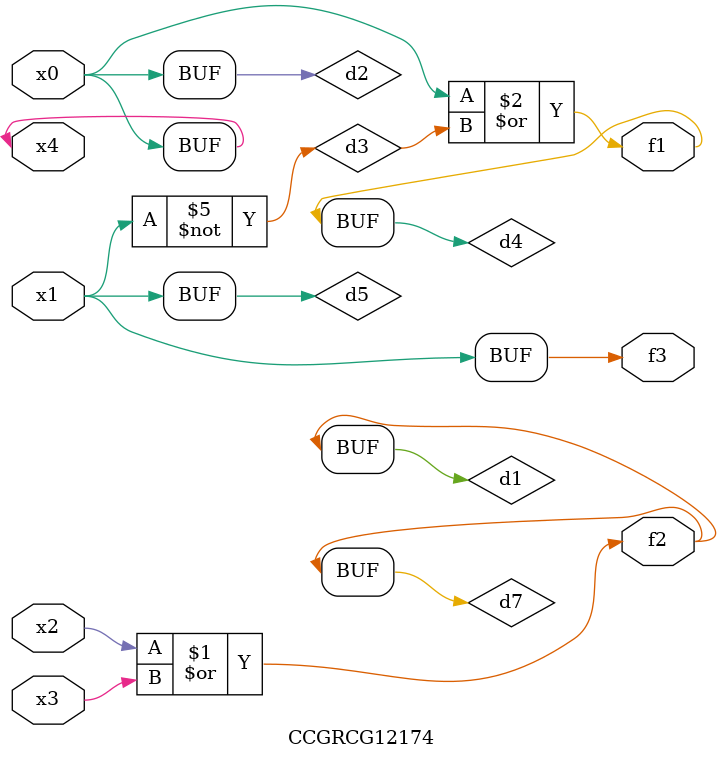
<source format=v>
module CCGRCG12174(
	input x0, x1, x2, x3, x4,
	output f1, f2, f3
);

	wire d1, d2, d3, d4, d5, d6, d7;

	or (d1, x2, x3);
	buf (d2, x0, x4);
	not (d3, x1);
	or (d4, d2, d3);
	not (d5, d3);
	nand (d6, d1, d3);
	or (d7, d1);
	assign f1 = d4;
	assign f2 = d7;
	assign f3 = d5;
endmodule

</source>
